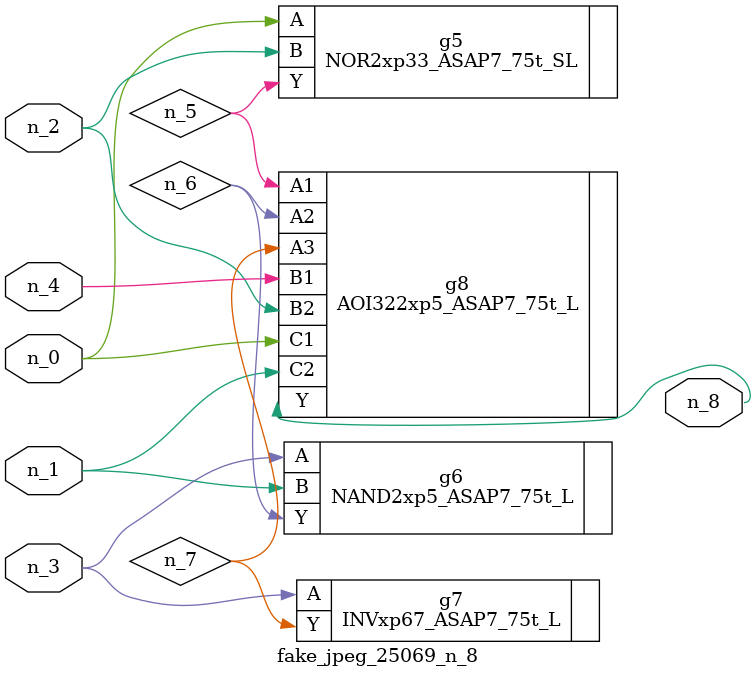
<source format=v>
module fake_jpeg_25069_n_8 (n_3, n_2, n_1, n_0, n_4, n_8);

input n_3;
input n_2;
input n_1;
input n_0;
input n_4;

output n_8;

wire n_6;
wire n_5;
wire n_7;

NOR2xp33_ASAP7_75t_SL g5 ( 
.A(n_0),
.B(n_2),
.Y(n_5)
);

NAND2xp5_ASAP7_75t_L g6 ( 
.A(n_3),
.B(n_1),
.Y(n_6)
);

INVxp67_ASAP7_75t_L g7 ( 
.A(n_3),
.Y(n_7)
);

AOI322xp5_ASAP7_75t_L g8 ( 
.A1(n_5),
.A2(n_6),
.A3(n_7),
.B1(n_4),
.B2(n_2),
.C1(n_0),
.C2(n_1),
.Y(n_8)
);


endmodule
</source>
